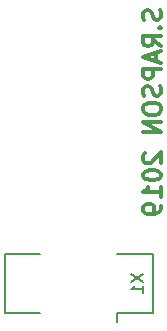
<source format=gbo>
G04 #@! TF.GenerationSoftware,KiCad,Pcbnew,5.0.1*
G04 #@! TF.CreationDate,2019-03-28T22:54:33+10:30*
G04 #@! TF.ProjectId,reflex,7265666C65782E6B696361645F706362,rev?*
G04 #@! TF.SameCoordinates,Original*
G04 #@! TF.FileFunction,Legend,Bot*
G04 #@! TF.FilePolarity,Positive*
%FSLAX46Y46*%
G04 Gerber Fmt 4.6, Leading zero omitted, Abs format (unit mm)*
G04 Created by KiCad (PCBNEW 5.0.1) date Thu 28 Mar 2019 22:54:33 ACDT*
%MOMM*%
%LPD*%
G01*
G04 APERTURE LIST*
%ADD10C,0.300000*%
%ADD11C,0.150000*%
%ADD12C,0.160000*%
G04 APERTURE END LIST*
D10*
X108607142Y-76507142D02*
X108678571Y-76721428D01*
X108678571Y-77078571D01*
X108607142Y-77221428D01*
X108535714Y-77292857D01*
X108392857Y-77364285D01*
X108250000Y-77364285D01*
X108107142Y-77292857D01*
X108035714Y-77221428D01*
X107964285Y-77078571D01*
X107892857Y-76792857D01*
X107821428Y-76650000D01*
X107750000Y-76578571D01*
X107607142Y-76507142D01*
X107464285Y-76507142D01*
X107321428Y-76578571D01*
X107250000Y-76650000D01*
X107178571Y-76792857D01*
X107178571Y-77150000D01*
X107250000Y-77364285D01*
X108535714Y-78007142D02*
X108607142Y-78078571D01*
X108678571Y-78007142D01*
X108607142Y-77935714D01*
X108535714Y-78007142D01*
X108678571Y-78007142D01*
X108678571Y-79578571D02*
X107964285Y-79078571D01*
X108678571Y-78721428D02*
X107178571Y-78721428D01*
X107178571Y-79292857D01*
X107250000Y-79435714D01*
X107321428Y-79507142D01*
X107464285Y-79578571D01*
X107678571Y-79578571D01*
X107821428Y-79507142D01*
X107892857Y-79435714D01*
X107964285Y-79292857D01*
X107964285Y-78721428D01*
X108250000Y-80150000D02*
X108250000Y-80864285D01*
X108678571Y-80007142D02*
X107178571Y-80507142D01*
X108678571Y-81007142D01*
X108678571Y-81507142D02*
X107178571Y-81507142D01*
X107178571Y-82078571D01*
X107250000Y-82221428D01*
X107321428Y-82292857D01*
X107464285Y-82364285D01*
X107678571Y-82364285D01*
X107821428Y-82292857D01*
X107892857Y-82221428D01*
X107964285Y-82078571D01*
X107964285Y-81507142D01*
X108607142Y-82935714D02*
X108678571Y-83150000D01*
X108678571Y-83507142D01*
X108607142Y-83650000D01*
X108535714Y-83721428D01*
X108392857Y-83792857D01*
X108250000Y-83792857D01*
X108107142Y-83721428D01*
X108035714Y-83650000D01*
X107964285Y-83507142D01*
X107892857Y-83221428D01*
X107821428Y-83078571D01*
X107750000Y-83007142D01*
X107607142Y-82935714D01*
X107464285Y-82935714D01*
X107321428Y-83007142D01*
X107250000Y-83078571D01*
X107178571Y-83221428D01*
X107178571Y-83578571D01*
X107250000Y-83792857D01*
X107178571Y-84721428D02*
X107178571Y-85007142D01*
X107250000Y-85150000D01*
X107392857Y-85292857D01*
X107678571Y-85364285D01*
X108178571Y-85364285D01*
X108464285Y-85292857D01*
X108607142Y-85150000D01*
X108678571Y-85007142D01*
X108678571Y-84721428D01*
X108607142Y-84578571D01*
X108464285Y-84435714D01*
X108178571Y-84364285D01*
X107678571Y-84364285D01*
X107392857Y-84435714D01*
X107250000Y-84578571D01*
X107178571Y-84721428D01*
X108678571Y-86007142D02*
X107178571Y-86007142D01*
X108678571Y-86864285D01*
X107178571Y-86864285D01*
X107321428Y-88650000D02*
X107250000Y-88721428D01*
X107178571Y-88864285D01*
X107178571Y-89221428D01*
X107250000Y-89364285D01*
X107321428Y-89435714D01*
X107464285Y-89507142D01*
X107607142Y-89507142D01*
X107821428Y-89435714D01*
X108678571Y-88578571D01*
X108678571Y-89507142D01*
X107178571Y-90435714D02*
X107178571Y-90578571D01*
X107250000Y-90721428D01*
X107321428Y-90792857D01*
X107464285Y-90864285D01*
X107750000Y-90935714D01*
X108107142Y-90935714D01*
X108392857Y-90864285D01*
X108535714Y-90792857D01*
X108607142Y-90721428D01*
X108678571Y-90578571D01*
X108678571Y-90435714D01*
X108607142Y-90292857D01*
X108535714Y-90221428D01*
X108392857Y-90150000D01*
X108107142Y-90078571D01*
X107750000Y-90078571D01*
X107464285Y-90150000D01*
X107321428Y-90221428D01*
X107250000Y-90292857D01*
X107178571Y-90435714D01*
X108678571Y-92364285D02*
X108678571Y-91507142D01*
X108678571Y-91935714D02*
X107178571Y-91935714D01*
X107392857Y-91792857D01*
X107535714Y-91650000D01*
X107607142Y-91507142D01*
X108678571Y-93078571D02*
X108678571Y-93364285D01*
X108607142Y-93507142D01*
X108535714Y-93578571D01*
X108321428Y-93721428D01*
X108035714Y-93792857D01*
X107464285Y-93792857D01*
X107321428Y-93721428D01*
X107250000Y-93650000D01*
X107178571Y-93507142D01*
X107178571Y-93221428D01*
X107250000Y-93078571D01*
X107321428Y-93007142D01*
X107464285Y-92935714D01*
X107821428Y-92935714D01*
X107964285Y-93007142D01*
X108035714Y-93078571D01*
X108107142Y-93221428D01*
X108107142Y-93507142D01*
X108035714Y-93650000D01*
X107964285Y-93721428D01*
X107821428Y-93792857D01*
D11*
G04 #@! TO.C,X1*
X95450000Y-97200000D02*
X95450000Y-102200000D01*
X104950000Y-97200000D02*
X107950000Y-97200000D01*
X104950000Y-102200000D02*
X107950000Y-102200000D01*
X107950000Y-97200000D02*
X107950000Y-102200000D01*
X95450000Y-97200000D02*
X98450000Y-97200000D01*
X95450000Y-102200000D02*
X98450000Y-102200000D01*
X104950000Y-102950000D02*
X104950000Y-102200000D01*
D12*
X106152380Y-98890476D02*
X107152380Y-99557142D01*
X106152380Y-99557142D02*
X107152380Y-98890476D01*
X107152380Y-100461904D02*
X107152380Y-99890476D01*
X107152380Y-100176190D02*
X106152380Y-100176190D01*
X106295238Y-100080952D01*
X106390476Y-99985714D01*
X106438095Y-99890476D01*
G04 #@! TD*
M02*

</source>
